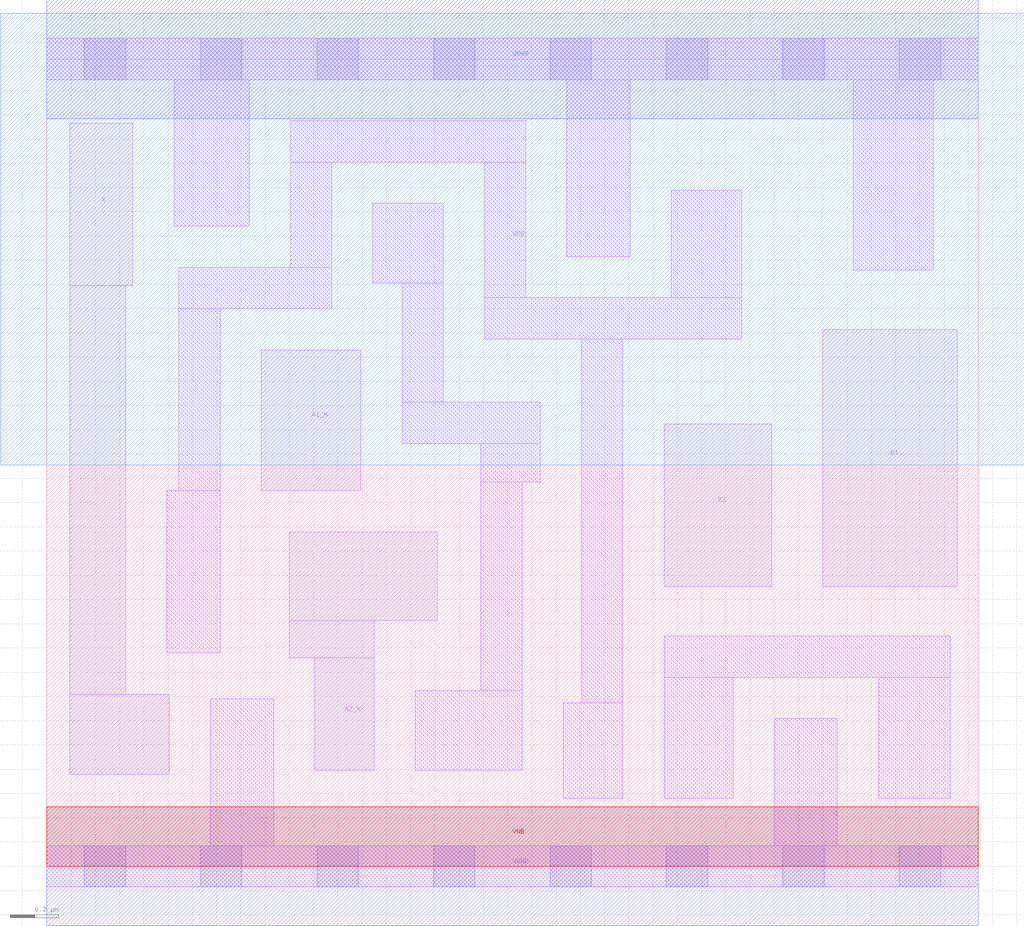
<source format=lef>
# Copyright 2020 The SkyWater PDK Authors
#
# Licensed under the Apache License, Version 2.0 (the "License");
# you may not use this file except in compliance with the License.
# You may obtain a copy of the License at
#
#     https://www.apache.org/licenses/LICENSE-2.0
#
# Unless required by applicable law or agreed to in writing, software
# distributed under the License is distributed on an "AS IS" BASIS,
# WITHOUT WARRANTIES OR CONDITIONS OF ANY KIND, either express or implied.
# See the License for the specific language governing permissions and
# limitations under the License.
#
# SPDX-License-Identifier: Apache-2.0

VERSION 5.7 ;
  NOWIREEXTENSIONATPIN ON ;
  DIVIDERCHAR "/" ;
  BUSBITCHARS "[]" ;
MACRO sky130_fd_sc_lp__o2bb2a_0
  CLASS CORE ;
  FOREIGN sky130_fd_sc_lp__o2bb2a_0 ;
  ORIGIN  0.000000  0.000000 ;
  SIZE  3.840000 BY  3.330000 ;
  SYMMETRY X Y R90 ;
  SITE unit ;
  PIN A1_N
    ANTENNAGATEAREA  0.126000 ;
    DIRECTION INPUT ;
    USE SIGNAL ;
    PORT
      LAYER li1 ;
        RECT 0.885000 1.550000 1.295000 2.130000 ;
    END
  END A1_N
  PIN A2_N
    ANTENNAGATEAREA  0.126000 ;
    DIRECTION INPUT ;
    USE SIGNAL ;
    PORT
      LAYER li1 ;
        RECT 1.000000 0.860000 1.350000 1.015000 ;
        RECT 1.000000 1.015000 1.610000 1.380000 ;
        RECT 1.105000 0.395000 1.350000 0.860000 ;
    END
  END A2_N
  PIN B1
    ANTENNAGATEAREA  0.126000 ;
    DIRECTION INPUT ;
    USE SIGNAL ;
    PORT
      LAYER li1 ;
        RECT 3.200000 1.155000 3.755000 2.215000 ;
    END
  END B1
  PIN B2
    ANTENNAGATEAREA  0.126000 ;
    DIRECTION INPUT ;
    USE SIGNAL ;
    PORT
      LAYER li1 ;
        RECT 2.545000 1.155000 2.990000 1.825000 ;
    END
  END B2
  PIN X
    ANTENNADIFFAREA  0.280900 ;
    DIRECTION OUTPUT ;
    USE SIGNAL ;
    PORT
      LAYER li1 ;
        RECT 0.095000 0.380000 0.505000 0.710000 ;
        RECT 0.095000 0.710000 0.325000 2.395000 ;
        RECT 0.095000 2.395000 0.355000 3.065000 ;
    END
  END X
  PIN VGND
    DIRECTION INOUT ;
    USE GROUND ;
    PORT
      LAYER met1 ;
        RECT 0.000000 -0.245000 3.840000 0.245000 ;
    END
  END VGND
  PIN VNB
    DIRECTION INOUT ;
    USE GROUND ;
    PORT
      LAYER pwell ;
        RECT 0.000000 0.000000 3.840000 0.245000 ;
    END
  END VNB
  PIN VPB
    DIRECTION INOUT ;
    USE POWER ;
    PORT
      LAYER nwell ;
        RECT -0.190000 1.655000 4.030000 3.520000 ;
    END
  END VPB
  PIN VPWR
    DIRECTION INOUT ;
    USE POWER ;
    PORT
      LAYER met1 ;
        RECT 0.000000 3.085000 3.840000 3.575000 ;
    END
  END VPWR
  OBS
    LAYER li1 ;
      RECT 0.000000 -0.085000 3.840000 0.085000 ;
      RECT 0.000000  3.245000 3.840000 3.415000 ;
      RECT 0.495000  0.880000 0.715000 1.550000 ;
      RECT 0.525000  2.640000 0.835000 3.245000 ;
      RECT 0.545000  1.550000 0.715000 2.300000 ;
      RECT 0.545000  2.300000 1.175000 2.470000 ;
      RECT 0.675000  0.085000 0.935000 0.690000 ;
      RECT 1.005000  2.470000 1.175000 2.905000 ;
      RECT 1.005000  2.905000 1.975000 3.075000 ;
      RECT 1.345000  2.405000 1.635000 2.735000 ;
      RECT 1.465000  1.745000 2.035000 1.915000 ;
      RECT 1.465000  1.915000 1.635000 2.405000 ;
      RECT 1.520000  0.395000 1.960000 0.725000 ;
      RECT 1.790000  0.725000 1.960000 1.585000 ;
      RECT 1.790000  1.585000 2.035000 1.745000 ;
      RECT 1.805000  2.175000 2.865000 2.345000 ;
      RECT 1.805000  2.345000 1.975000 2.905000 ;
      RECT 2.130000  0.280000 2.375000 0.675000 ;
      RECT 2.145000  2.515000 2.405000 3.245000 ;
      RECT 2.205000  0.675000 2.375000 2.175000 ;
      RECT 2.545000  0.280000 2.830000 0.780000 ;
      RECT 2.545000  0.780000 3.725000 0.950000 ;
      RECT 2.575000  2.345000 2.865000 2.790000 ;
      RECT 3.000000  0.085000 3.260000 0.610000 ;
      RECT 3.325000  2.460000 3.655000 3.245000 ;
      RECT 3.430000  0.280000 3.725000 0.780000 ;
    LAYER mcon ;
      RECT 0.155000 -0.085000 0.325000 0.085000 ;
      RECT 0.155000  3.245000 0.325000 3.415000 ;
      RECT 0.635000 -0.085000 0.805000 0.085000 ;
      RECT 0.635000  3.245000 0.805000 3.415000 ;
      RECT 1.115000 -0.085000 1.285000 0.085000 ;
      RECT 1.115000  3.245000 1.285000 3.415000 ;
      RECT 1.595000 -0.085000 1.765000 0.085000 ;
      RECT 1.595000  3.245000 1.765000 3.415000 ;
      RECT 2.075000 -0.085000 2.245000 0.085000 ;
      RECT 2.075000  3.245000 2.245000 3.415000 ;
      RECT 2.555000 -0.085000 2.725000 0.085000 ;
      RECT 2.555000  3.245000 2.725000 3.415000 ;
      RECT 3.035000 -0.085000 3.205000 0.085000 ;
      RECT 3.035000  3.245000 3.205000 3.415000 ;
      RECT 3.515000 -0.085000 3.685000 0.085000 ;
      RECT 3.515000  3.245000 3.685000 3.415000 ;
  END
END sky130_fd_sc_lp__o2bb2a_0
END LIBRARY

</source>
